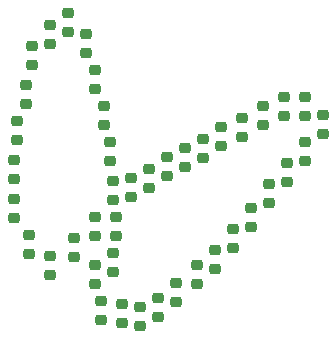
<source format=gbr>
%TF.GenerationSoftware,KiCad,Pcbnew,8.0.7*%
%TF.CreationDate,2025-01-17T18:48:29+01:00*%
%TF.ProjectId,SAO_Attraktor,53414f5f-4174-4747-9261-6b746f722e6b,rev?*%
%TF.SameCoordinates,Original*%
%TF.FileFunction,Soldermask,Top*%
%TF.FilePolarity,Negative*%
%FSLAX46Y46*%
G04 Gerber Fmt 4.6, Leading zero omitted, Abs format (unit mm)*
G04 Created by KiCad (PCBNEW 8.0.7) date 2025-01-17 18:48:29*
%MOMM*%
%LPD*%
G01*
G04 APERTURE LIST*
G04 Aperture macros list*
%AMRoundRect*
0 Rectangle with rounded corners*
0 $1 Rounding radius*
0 $2 $3 $4 $5 $6 $7 $8 $9 X,Y pos of 4 corners*
0 Add a 4 corners polygon primitive as box body*
4,1,4,$2,$3,$4,$5,$6,$7,$8,$9,$2,$3,0*
0 Add four circle primitives for the rounded corners*
1,1,$1+$1,$2,$3*
1,1,$1+$1,$4,$5*
1,1,$1+$1,$6,$7*
1,1,$1+$1,$8,$9*
0 Add four rect primitives between the rounded corners*
20,1,$1+$1,$2,$3,$4,$5,0*
20,1,$1+$1,$4,$5,$6,$7,0*
20,1,$1+$1,$6,$7,$8,$9,0*
20,1,$1+$1,$8,$9,$2,$3,0*%
G04 Aperture macros list end*
%ADD10RoundRect,0.218750X0.256250X-0.218750X0.256250X0.218750X-0.256250X0.218750X-0.256250X-0.218750X0*%
G04 APERTURE END LIST*
D10*
%TO.C,D31*%
X139446000Y-107467500D03*
X139446000Y-105892500D03*
%TD*%
%TO.C,D33*%
X136398000Y-111023500D03*
X136398000Y-109448500D03*
%TD*%
%TO.C,D23*%
X138684000Y-99847500D03*
X138684000Y-98272500D03*
%TD*%
%TO.C,D5*%
X123952000Y-90957500D03*
X123952000Y-89382500D03*
%TD*%
%TO.C,D15*%
X126238000Y-108229500D03*
X126238000Y-106654500D03*
%TD*%
%TO.C,D1*%
X127508000Y-101879500D03*
X127508000Y-100304500D03*
%TD*%
%TO.C,D10*%
X119380000Y-103403500D03*
X119380000Y-101828500D03*
%TD*%
%TO.C,D11*%
X119380000Y-106705500D03*
X119380000Y-105130500D03*
%TD*%
%TO.C,D37*%
X130048000Y-115849500D03*
X130048000Y-114274500D03*
%TD*%
%TO.C,D32*%
X137922000Y-109245500D03*
X137922000Y-107670500D03*
%TD*%
%TO.C,D28*%
X144018000Y-101879500D03*
X144018000Y-100304500D03*
%TD*%
%TO.C,D40*%
X126238000Y-112293500D03*
X126238000Y-110718500D03*
%TD*%
%TO.C,D3*%
X126238000Y-95783500D03*
X126238000Y-94208500D03*
%TD*%
%TO.C,D21*%
X135382000Y-101625500D03*
X135382000Y-100050500D03*
%TD*%
%TO.C,D25*%
X142240000Y-98069500D03*
X142240000Y-96494500D03*
%TD*%
%TO.C,D27*%
X145542000Y-99593500D03*
X145542000Y-98018500D03*
%TD*%
%TO.C,D14*%
X124460000Y-110007500D03*
X124460000Y-108432500D03*
%TD*%
%TO.C,D30*%
X140970000Y-105435500D03*
X140970000Y-103860500D03*
%TD*%
%TO.C,D42*%
X128016000Y-108229500D03*
X128016000Y-106654500D03*
%TD*%
%TO.C,D26*%
X144018000Y-98069500D03*
X144018000Y-96494500D03*
%TD*%
%TO.C,D34*%
X134874000Y-112293500D03*
X134874000Y-110718500D03*
%TD*%
%TO.C,D20*%
X133858000Y-102387500D03*
X133858000Y-100812500D03*
%TD*%
%TO.C,D13*%
X122428000Y-111531500D03*
X122428000Y-109956500D03*
%TD*%
%TO.C,D6*%
X122428000Y-91973500D03*
X122428000Y-90398500D03*
%TD*%
%TO.C,D35*%
X133096000Y-113817500D03*
X133096000Y-112242500D03*
%TD*%
%TO.C,D41*%
X127762000Y-111277500D03*
X127762000Y-109702500D03*
%TD*%
%TO.C,D4*%
X125476000Y-92735500D03*
X125476000Y-91160500D03*
%TD*%
%TO.C,D29*%
X142494000Y-103657500D03*
X142494000Y-102082500D03*
%TD*%
%TO.C,D36*%
X131572000Y-115087500D03*
X131572000Y-113512500D03*
%TD*%
%TO.C,D24*%
X140462000Y-98831500D03*
X140462000Y-97256500D03*
%TD*%
%TO.C,D12*%
X120650000Y-109753500D03*
X120650000Y-108178500D03*
%TD*%
%TO.C,D9*%
X119634000Y-100101500D03*
X119634000Y-98526500D03*
%TD*%
%TO.C,D19*%
X132334000Y-103149500D03*
X132334000Y-101574500D03*
%TD*%
%TO.C,D2*%
X127000000Y-98831500D03*
X127000000Y-97256500D03*
%TD*%
%TO.C,D17*%
X129286000Y-104927500D03*
X129286000Y-103352500D03*
%TD*%
%TO.C,D22*%
X136906000Y-100609500D03*
X136906000Y-99034500D03*
%TD*%
%TO.C,D39*%
X126746000Y-115341500D03*
X126746000Y-113766500D03*
%TD*%
%TO.C,D8*%
X120396000Y-97053500D03*
X120396000Y-95478500D03*
%TD*%
%TO.C,D38*%
X128524000Y-115595500D03*
X128524000Y-114020500D03*
%TD*%
%TO.C,D7*%
X120904000Y-93751500D03*
X120904000Y-92176500D03*
%TD*%
%TO.C,D16*%
X127762000Y-105181500D03*
X127762000Y-103606500D03*
%TD*%
%TO.C,D18*%
X130810000Y-104165500D03*
X130810000Y-102590500D03*
%TD*%
M02*

</source>
